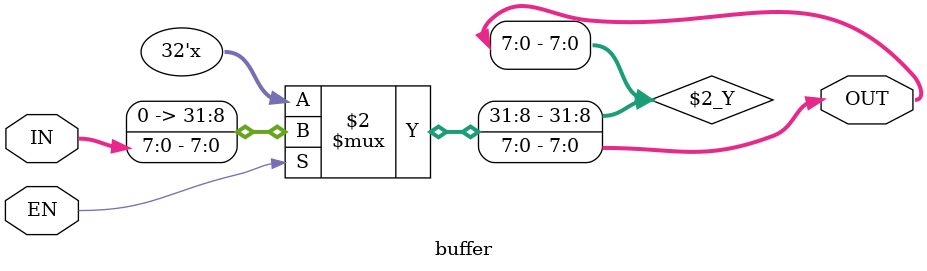
<source format=sv>
`timescale 1ns/1ns

module buffer #(parameter SIZE = 8) 
               (output [SIZE-1:0] OUT,
		input [SIZE-1:0] IN,
		input EN);

   assign OUT = (EN) ?  IN : 'bz;
endmodule // buffer

</source>
